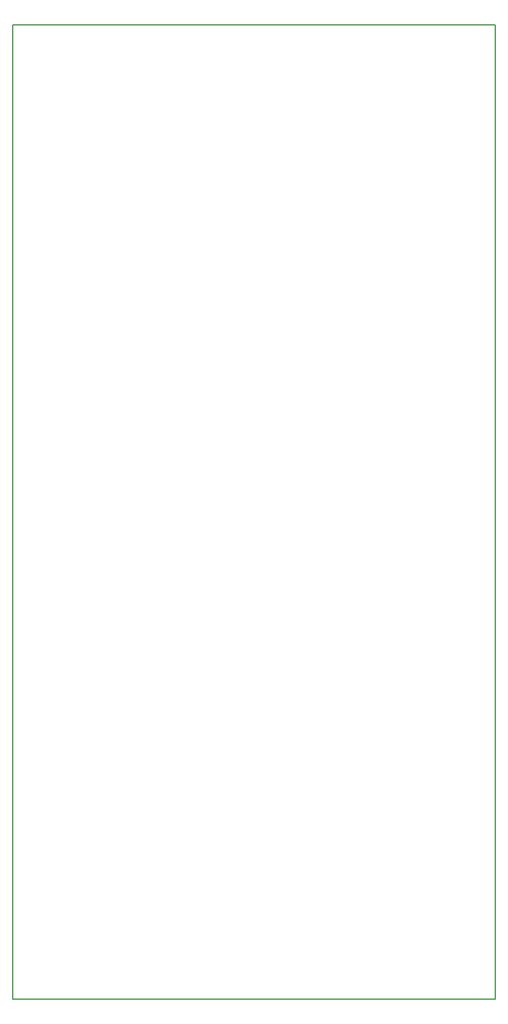
<source format=gbr>
G04 #@! TF.GenerationSoftware,KiCad,Pcbnew,6.0.2+dfsg-1*
G04 #@! TF.CreationDate,2022-12-26T21:57:55-05:00*
G04 #@! TF.ProjectId,RUSP_TestBoard,52555350-5f54-4657-9374-426f6172642e,rev?*
G04 #@! TF.SameCoordinates,Original*
G04 #@! TF.FileFunction,Profile,NP*
%FSLAX46Y46*%
G04 Gerber Fmt 4.6, Leading zero omitted, Abs format (unit mm)*
G04 Created by KiCad (PCBNEW 6.0.2+dfsg-1) date 2022-12-26 21:57:55*
%MOMM*%
%LPD*%
G01*
G04 APERTURE LIST*
G04 #@! TA.AperFunction,Profile*
%ADD10C,0.150000*%
G04 #@! TD*
G04 APERTURE END LIST*
D10*
X157000000Y-167000000D02*
X89500000Y-167000000D01*
X89500000Y-167000000D02*
X89500000Y-31000000D01*
X89500000Y-31000000D02*
X157000000Y-31000000D01*
X157000000Y-31000000D02*
X157000000Y-167000000D01*
M02*

</source>
